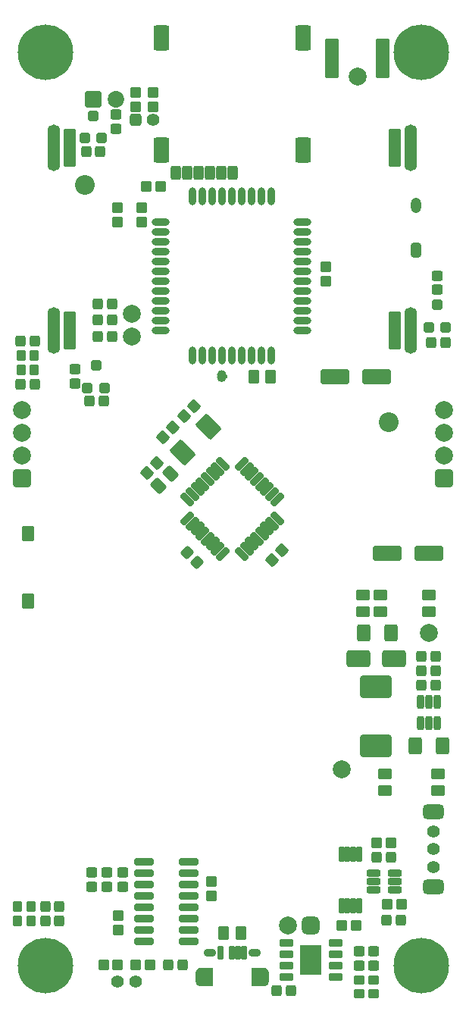
<source format=gbr>
G04*
G04 #@! TF.GenerationSoftware,Altium Limited,Altium Designer,23.0.1 (38)*
G04*
G04 Layer_Color=16711935*
%FSLAX25Y25*%
%MOIN*%
G70*
G04*
G04 #@! TF.SameCoordinates,5AACE2FC-F550-4568-A226-762E45A29E99*
G04*
G04*
G04 #@! TF.FilePolarity,Negative*
G04*
G01*
G75*
%ADD14C,0.00197*%
G04:AMPARAMS|DCode=23|XSize=49.34mil|YSize=39.5mil|CornerRadius=7.15mil|HoleSize=0mil|Usage=FLASHONLY|Rotation=0.000|XOffset=0mil|YOffset=0mil|HoleType=Round|Shape=RoundedRectangle|*
%AMROUNDEDRECTD23*
21,1,0.04934,0.02520,0,0,0.0*
21,1,0.03504,0.03950,0,0,0.0*
1,1,0.01430,0.01752,-0.01260*
1,1,0.01430,-0.01752,-0.01260*
1,1,0.01430,-0.01752,0.01260*
1,1,0.01430,0.01752,0.01260*
%
%ADD23ROUNDEDRECTD23*%
G04:AMPARAMS|DCode=25|XSize=61.15mil|YSize=173.35mil|CornerRadius=9.32mil|HoleSize=0mil|Usage=FLASHONLY|Rotation=180.000|XOffset=0mil|YOffset=0mil|HoleType=Round|Shape=RoundedRectangle|*
%AMROUNDEDRECTD25*
21,1,0.06115,0.15472,0,0,180.0*
21,1,0.04252,0.17335,0,0,180.0*
1,1,0.01863,-0.02126,0.07736*
1,1,0.01863,0.02126,0.07736*
1,1,0.01863,0.02126,-0.07736*
1,1,0.01863,-0.02126,-0.07736*
%
%ADD25ROUNDEDRECTD25*%
G04:AMPARAMS|DCode=27|XSize=94.61mil|YSize=67.06mil|CornerRadius=21.72mil|HoleSize=0mil|Usage=FLASHONLY|Rotation=0.000|XOffset=0mil|YOffset=0mil|HoleType=Round|Shape=RoundedRectangle|*
%AMROUNDEDRECTD27*
21,1,0.09461,0.02362,0,0,0.0*
21,1,0.05118,0.06706,0,0,0.0*
1,1,0.04343,0.02559,-0.01181*
1,1,0.04343,-0.02559,-0.01181*
1,1,0.04343,-0.02559,0.01181*
1,1,0.04343,0.02559,0.01181*
%
%ADD27ROUNDEDRECTD27*%
%ADD28C,0.05524*%
G04:AMPARAMS|DCode=29|XSize=67.06mil|YSize=47.37mil|CornerRadius=13.84mil|HoleSize=0mil|Usage=FLASHONLY|Rotation=90.000|XOffset=0mil|YOffset=0mil|HoleType=Round|Shape=RoundedRectangle|*
%AMROUNDEDRECTD29*
21,1,0.06706,0.01968,0,0,90.0*
21,1,0.03937,0.04737,0,0,90.0*
1,1,0.02769,0.00984,0.01968*
1,1,0.02769,0.00984,-0.01968*
1,1,0.02769,-0.00984,-0.01968*
1,1,0.02769,-0.00984,0.01968*
%
%ADD29ROUNDEDRECTD29*%
%ADD30O,0.04737X0.06706*%
%ADD31O,0.03740X0.07480*%
%ADD32O,0.05524X0.03556*%
%ADD33C,0.08674*%
%ADD34O,0.05524X0.20485*%
G04:AMPARAMS|DCode=35|XSize=55.24mil|YSize=55.24mil|CornerRadius=15.81mil|HoleSize=0mil|Usage=FLASHONLY|Rotation=270.000|XOffset=0mil|YOffset=0mil|HoleType=Round|Shape=RoundedRectangle|*
%AMROUNDEDRECTD35*
21,1,0.05524,0.02362,0,0,270.0*
21,1,0.02362,0.05524,0,0,270.0*
1,1,0.03162,-0.01181,-0.01181*
1,1,0.03162,-0.01181,0.01181*
1,1,0.03162,0.01181,0.01181*
1,1,0.03162,0.01181,-0.01181*
%
%ADD35ROUNDEDRECTD35*%
%ADD36C,0.07887*%
G04:AMPARAMS|DCode=37|XSize=78.87mil|YSize=78.87mil|CornerRadius=11.09mil|HoleSize=0mil|Usage=FLASHONLY|Rotation=90.000|XOffset=0mil|YOffset=0mil|HoleType=Round|Shape=RoundedRectangle|*
%AMROUNDEDRECTD37*
21,1,0.07887,0.05669,0,0,90.0*
21,1,0.05669,0.07887,0,0,90.0*
1,1,0.02217,0.02835,0.02835*
1,1,0.02217,0.02835,-0.02835*
1,1,0.02217,-0.02835,-0.02835*
1,1,0.02217,-0.02835,0.02835*
%
%ADD37ROUNDEDRECTD37*%
%ADD38C,0.07300*%
G04:AMPARAMS|DCode=39|XSize=73mil|YSize=73mil|CornerRadius=10.5mil|HoleSize=0mil|Usage=FLASHONLY|Rotation=0.000|XOffset=0mil|YOffset=0mil|HoleType=Round|Shape=RoundedRectangle|*
%AMROUNDEDRECTD39*
21,1,0.07300,0.05200,0,0,0.0*
21,1,0.05200,0.07300,0,0,0.0*
1,1,0.02100,0.02600,-0.02600*
1,1,0.02100,-0.02600,-0.02600*
1,1,0.02100,-0.02600,0.02600*
1,1,0.02100,0.02600,0.02600*
%
%ADD39ROUNDEDRECTD39*%
G04:AMPARAMS|DCode=40|XSize=78.87mil|YSize=78.87mil|CornerRadius=21.72mil|HoleSize=0mil|Usage=FLASHONLY|Rotation=0.000|XOffset=0mil|YOffset=0mil|HoleType=Round|Shape=RoundedRectangle|*
%AMROUNDEDRECTD40*
21,1,0.07887,0.03543,0,0,0.0*
21,1,0.03543,0.07887,0,0,0.0*
1,1,0.04343,0.01772,-0.01772*
1,1,0.04343,-0.01772,-0.01772*
1,1,0.04343,-0.01772,0.01772*
1,1,0.04343,0.01772,0.01772*
%
%ADD40ROUNDEDRECTD40*%
%ADD41C,0.24422*%
G04:AMPARAMS|DCode=94|XSize=43.43mil|YSize=47.37mil|CornerRadius=7.54mil|HoleSize=0mil|Usage=FLASHONLY|Rotation=90.000|XOffset=0mil|YOffset=0mil|HoleType=Round|Shape=RoundedRectangle|*
%AMROUNDEDRECTD94*
21,1,0.04343,0.03228,0,0,90.0*
21,1,0.02835,0.04737,0,0,90.0*
1,1,0.01509,0.01614,0.01417*
1,1,0.01509,0.01614,-0.01417*
1,1,0.01509,-0.01614,-0.01417*
1,1,0.01509,-0.01614,0.01417*
%
%ADD94ROUNDEDRECTD94*%
G04:AMPARAMS|DCode=95|XSize=43.43mil|YSize=47.37mil|CornerRadius=7.54mil|HoleSize=0mil|Usage=FLASHONLY|Rotation=0.000|XOffset=0mil|YOffset=0mil|HoleType=Round|Shape=RoundedRectangle|*
%AMROUNDEDRECTD95*
21,1,0.04343,0.03228,0,0,0.0*
21,1,0.02835,0.04737,0,0,0.0*
1,1,0.01509,0.01417,-0.01614*
1,1,0.01509,-0.01417,-0.01614*
1,1,0.01509,-0.01417,0.01614*
1,1,0.01509,0.01417,0.01614*
%
%ADD95ROUNDEDRECTD95*%
%ADD96O,0.07887X0.03162*%
%ADD97O,0.03162X0.07887*%
G04:AMPARAMS|DCode=98|XSize=43.43mil|YSize=47.37mil|CornerRadius=7.54mil|HoleSize=0mil|Usage=FLASHONLY|Rotation=135.000|XOffset=0mil|YOffset=0mil|HoleType=Round|Shape=RoundedRectangle|*
%AMROUNDEDRECTD98*
21,1,0.04343,0.03228,0,0,135.0*
21,1,0.02835,0.04737,0,0,135.0*
1,1,0.01509,0.00139,0.02144*
1,1,0.01509,0.02144,0.00139*
1,1,0.01509,-0.00139,-0.02144*
1,1,0.01509,-0.02144,-0.00139*
%
%ADD98ROUNDEDRECTD98*%
G04:AMPARAMS|DCode=99|XSize=47.37mil|YSize=63.12mil|CornerRadius=8.92mil|HoleSize=0mil|Usage=FLASHONLY|Rotation=90.000|XOffset=0mil|YOffset=0mil|HoleType=Round|Shape=RoundedRectangle|*
%AMROUNDEDRECTD99*
21,1,0.04737,0.04528,0,0,90.0*
21,1,0.02953,0.06312,0,0,90.0*
1,1,0.01784,0.02264,0.01476*
1,1,0.01784,0.02264,-0.01476*
1,1,0.01784,-0.02264,-0.01476*
1,1,0.01784,-0.02264,0.01476*
%
%ADD99ROUNDEDRECTD99*%
G04:AMPARAMS|DCode=100|XSize=59.18mil|YSize=74.93mil|CornerRadius=9.12mil|HoleSize=0mil|Usage=FLASHONLY|Rotation=0.000|XOffset=0mil|YOffset=0mil|HoleType=Round|Shape=RoundedRectangle|*
%AMROUNDEDRECTD100*
21,1,0.05918,0.05669,0,0,0.0*
21,1,0.04095,0.07493,0,0,0.0*
1,1,0.01824,0.02047,-0.02835*
1,1,0.01824,-0.02047,-0.02835*
1,1,0.01824,-0.02047,0.02835*
1,1,0.01824,0.02047,0.02835*
%
%ADD100ROUNDEDRECTD100*%
G04:AMPARAMS|DCode=101|XSize=126.11mil|YSize=67.06mil|CornerRadius=9.91mil|HoleSize=0mil|Usage=FLASHONLY|Rotation=0.000|XOffset=0mil|YOffset=0mil|HoleType=Round|Shape=RoundedRectangle|*
%AMROUNDEDRECTD101*
21,1,0.12611,0.04724,0,0,0.0*
21,1,0.10630,0.06706,0,0,0.0*
1,1,0.01981,0.05315,-0.02362*
1,1,0.01981,-0.05315,-0.02362*
1,1,0.01981,-0.05315,0.02362*
1,1,0.01981,0.05315,0.02362*
%
%ADD101ROUNDEDRECTD101*%
G04:AMPARAMS|DCode=102|XSize=45.01mil|YSize=48.16mil|CornerRadius=7.7mil|HoleSize=0mil|Usage=FLASHONLY|Rotation=270.000|XOffset=0mil|YOffset=0mil|HoleType=Round|Shape=RoundedRectangle|*
%AMROUNDEDRECTD102*
21,1,0.04501,0.03276,0,0,270.0*
21,1,0.02961,0.04816,0,0,270.0*
1,1,0.01540,-0.01638,-0.01480*
1,1,0.01540,-0.01638,0.01480*
1,1,0.01540,0.01638,0.01480*
1,1,0.01540,0.01638,-0.01480*
%
%ADD102ROUNDEDRECTD102*%
G04:AMPARAMS|DCode=103|XSize=45.4mil|YSize=43.43mil|CornerRadius=7.54mil|HoleSize=0mil|Usage=FLASHONLY|Rotation=90.000|XOffset=0mil|YOffset=0mil|HoleType=Round|Shape=RoundedRectangle|*
%AMROUNDEDRECTD103*
21,1,0.04540,0.02835,0,0,90.0*
21,1,0.03032,0.04343,0,0,90.0*
1,1,0.01509,0.01417,0.01516*
1,1,0.01509,0.01417,-0.01516*
1,1,0.01509,-0.01417,-0.01516*
1,1,0.01509,-0.01417,0.01516*
%
%ADD103ROUNDEDRECTD103*%
G04:AMPARAMS|DCode=104|XSize=45.01mil|YSize=48.16mil|CornerRadius=7.7mil|HoleSize=0mil|Usage=FLASHONLY|Rotation=180.000|XOffset=0mil|YOffset=0mil|HoleType=Round|Shape=RoundedRectangle|*
%AMROUNDEDRECTD104*
21,1,0.04501,0.03276,0,0,180.0*
21,1,0.02961,0.04816,0,0,180.0*
1,1,0.01540,-0.01480,0.01638*
1,1,0.01540,0.01480,0.01638*
1,1,0.01540,0.01480,-0.01638*
1,1,0.01540,-0.01480,-0.01638*
%
%ADD104ROUNDEDRECTD104*%
G04:AMPARAMS|DCode=105|XSize=49.34mil|YSize=39.5mil|CornerRadius=7.15mil|HoleSize=0mil|Usage=FLASHONLY|Rotation=270.000|XOffset=0mil|YOffset=0mil|HoleType=Round|Shape=RoundedRectangle|*
%AMROUNDEDRECTD105*
21,1,0.04934,0.02520,0,0,270.0*
21,1,0.03504,0.03950,0,0,270.0*
1,1,0.01430,-0.01260,-0.01752*
1,1,0.01430,-0.01260,0.01752*
1,1,0.01430,0.01260,0.01752*
1,1,0.01430,0.01260,-0.01752*
%
%ADD105ROUNDEDRECTD105*%
G04:AMPARAMS|DCode=106|XSize=67.06mil|YSize=55.24mil|CornerRadius=8.72mil|HoleSize=0mil|Usage=FLASHONLY|Rotation=90.000|XOffset=0mil|YOffset=0mil|HoleType=Round|Shape=RoundedRectangle|*
%AMROUNDEDRECTD106*
21,1,0.06706,0.03780,0,0,90.0*
21,1,0.04961,0.05524,0,0,90.0*
1,1,0.01745,0.01890,0.02480*
1,1,0.01745,0.01890,-0.02480*
1,1,0.01745,-0.01890,-0.02480*
1,1,0.01745,-0.01890,0.02480*
%
%ADD106ROUNDEDRECTD106*%
G04:AMPARAMS|DCode=107|XSize=70.93mil|YSize=98.49mil|CornerRadius=8.69mil|HoleSize=0mil|Usage=FLASHONLY|Rotation=45.000|XOffset=0mil|YOffset=0mil|HoleType=Round|Shape=RoundedRectangle|*
%AMROUNDEDRECTD107*
21,1,0.07093,0.08110,0,0,45.0*
21,1,0.05354,0.09849,0,0,45.0*
1,1,0.01739,0.04760,-0.00974*
1,1,0.01739,0.00974,-0.04760*
1,1,0.01739,-0.04760,0.00974*
1,1,0.01739,-0.00974,0.04760*
%
%ADD107ROUNDEDRECTD107*%
G04:AMPARAMS|DCode=108|XSize=45.01mil|YSize=48.16mil|CornerRadius=7.7mil|HoleSize=0mil|Usage=FLASHONLY|Rotation=45.000|XOffset=0mil|YOffset=0mil|HoleType=Round|Shape=RoundedRectangle|*
%AMROUNDEDRECTD108*
21,1,0.04501,0.03276,0,0,45.0*
21,1,0.02961,0.04816,0,0,45.0*
1,1,0.01540,0.02205,-0.00111*
1,1,0.01540,0.00111,-0.02205*
1,1,0.01540,-0.02205,0.00111*
1,1,0.01540,-0.00111,0.02205*
%
%ADD108ROUNDEDRECTD108*%
G04:AMPARAMS|DCode=109|XSize=47.37mil|YSize=63.12mil|CornerRadius=8.92mil|HoleSize=0mil|Usage=FLASHONLY|Rotation=45.000|XOffset=0mil|YOffset=0mil|HoleType=Round|Shape=RoundedRectangle|*
%AMROUNDEDRECTD109*
21,1,0.04737,0.04528,0,0,45.0*
21,1,0.02953,0.06312,0,0,45.0*
1,1,0.01784,0.02645,-0.00557*
1,1,0.01784,0.00557,-0.02645*
1,1,0.01784,-0.02645,0.00557*
1,1,0.01784,-0.00557,0.02645*
%
%ADD109ROUNDEDRECTD109*%
G04:AMPARAMS|DCode=110|XSize=47.37mil|YSize=63.12mil|CornerRadius=8.92mil|HoleSize=0mil|Usage=FLASHONLY|Rotation=0.000|XOffset=0mil|YOffset=0mil|HoleType=Round|Shape=RoundedRectangle|*
%AMROUNDEDRECTD110*
21,1,0.04737,0.04528,0,0,0.0*
21,1,0.02953,0.06312,0,0,0.0*
1,1,0.01784,0.01476,-0.02264*
1,1,0.01784,-0.01476,-0.02264*
1,1,0.01784,-0.01476,0.02264*
1,1,0.01784,0.01476,0.02264*
%
%ADD110ROUNDEDRECTD110*%
G04:AMPARAMS|DCode=111|XSize=67.06mil|YSize=29.65mil|CornerRadius=7.25mil|HoleSize=0mil|Usage=FLASHONLY|Rotation=315.000|XOffset=0mil|YOffset=0mil|HoleType=Round|Shape=RoundedRectangle|*
%AMROUNDEDRECTD111*
21,1,0.06706,0.01516,0,0,315.0*
21,1,0.05256,0.02965,0,0,315.0*
1,1,0.01450,0.01322,-0.02394*
1,1,0.01450,-0.02394,0.01322*
1,1,0.01450,-0.01322,0.02394*
1,1,0.01450,0.02394,-0.01322*
%
%ADD111ROUNDEDRECTD111*%
G04:AMPARAMS|DCode=112|XSize=29.65mil|YSize=67.06mil|CornerRadius=7.25mil|HoleSize=0mil|Usage=FLASHONLY|Rotation=315.000|XOffset=0mil|YOffset=0mil|HoleType=Round|Shape=RoundedRectangle|*
%AMROUNDEDRECTD112*
21,1,0.02965,0.05256,0,0,315.0*
21,1,0.01516,0.06706,0,0,315.0*
1,1,0.01450,-0.01322,-0.02394*
1,1,0.01450,-0.02394,-0.01322*
1,1,0.01450,0.01322,0.02394*
1,1,0.01450,0.02394,0.01322*
%
%ADD112ROUNDEDRECTD112*%
G04:AMPARAMS|DCode=113|XSize=106.42mil|YSize=74.93mil|CornerRadius=13.71mil|HoleSize=0mil|Usage=FLASHONLY|Rotation=0.000|XOffset=0mil|YOffset=0mil|HoleType=Round|Shape=RoundedRectangle|*
%AMROUNDEDRECTD113*
21,1,0.10642,0.04752,0,0,0.0*
21,1,0.07902,0.07493,0,0,0.0*
1,1,0.02741,0.03951,-0.02376*
1,1,0.02741,-0.03951,-0.02376*
1,1,0.02741,-0.03951,0.02376*
1,1,0.02741,0.03951,0.02376*
%
%ADD113ROUNDEDRECTD113*%
G04:AMPARAMS|DCode=114|XSize=99.43mil|YSize=138.65mil|CornerRadius=11.54mil|HoleSize=0mil|Usage=FLASHONLY|Rotation=270.000|XOffset=0mil|YOffset=0mil|HoleType=Round|Shape=RoundedRectangle|*
%AMROUNDEDRECTD114*
21,1,0.09943,0.11556,0,0,270.0*
21,1,0.07635,0.13865,0,0,270.0*
1,1,0.02309,-0.05778,-0.03817*
1,1,0.02309,-0.05778,0.03817*
1,1,0.02309,0.05778,0.03817*
1,1,0.02309,0.05778,-0.03817*
%
%ADD114ROUNDEDRECTD114*%
G04:AMPARAMS|DCode=115|XSize=61.94mil|YSize=31.23mil|CornerRadius=9.81mil|HoleSize=0mil|Usage=FLASHONLY|Rotation=270.000|XOffset=0mil|YOffset=0mil|HoleType=Round|Shape=RoundedRectangle|*
%AMROUNDEDRECTD115*
21,1,0.06194,0.01161,0,0,270.0*
21,1,0.04232,0.03123,0,0,270.0*
1,1,0.01961,-0.00581,-0.02116*
1,1,0.01961,-0.00581,0.02116*
1,1,0.01961,0.00581,0.02116*
1,1,0.01961,0.00581,-0.02116*
%
%ADD115ROUNDEDRECTD115*%
G04:AMPARAMS|DCode=116|XSize=69.42mil|YSize=23.75mil|CornerRadius=5.97mil|HoleSize=0mil|Usage=FLASHONLY|Rotation=90.000|XOffset=0mil|YOffset=0mil|HoleType=Round|Shape=RoundedRectangle|*
%AMROUNDEDRECTD116*
21,1,0.06942,0.01181,0,0,90.0*
21,1,0.05748,0.02375,0,0,90.0*
1,1,0.01194,0.00591,0.02874*
1,1,0.01194,0.00591,-0.02874*
1,1,0.01194,-0.00591,-0.02874*
1,1,0.01194,-0.00591,0.02874*
%
%ADD116ROUNDEDRECTD116*%
G04:AMPARAMS|DCode=117|XSize=61.94mil|YSize=31.23mil|CornerRadius=9.81mil|HoleSize=0mil|Usage=FLASHONLY|Rotation=180.000|XOffset=0mil|YOffset=0mil|HoleType=Round|Shape=RoundedRectangle|*
%AMROUNDEDRECTD117*
21,1,0.06194,0.01161,0,0,180.0*
21,1,0.04232,0.03123,0,0,180.0*
1,1,0.01961,-0.02116,0.00581*
1,1,0.01961,0.02116,0.00581*
1,1,0.01961,0.02116,-0.00581*
1,1,0.01961,-0.02116,-0.00581*
%
%ADD117ROUNDEDRECTD117*%
%ADD118R,0.02769X0.02769*%
G04:AMPARAMS|DCode=119|XSize=59.18mil|YSize=35.56mil|CornerRadius=6.76mil|HoleSize=0mil|Usage=FLASHONLY|Rotation=0.000|XOffset=0mil|YOffset=0mil|HoleType=Round|Shape=RoundedRectangle|*
%AMROUNDEDRECTD119*
21,1,0.05918,0.02205,0,0,0.0*
21,1,0.04567,0.03556,0,0,0.0*
1,1,0.01351,0.02284,-0.01102*
1,1,0.01351,-0.02284,-0.01102*
1,1,0.01351,-0.02284,0.01102*
1,1,0.01351,0.02284,0.01102*
%
%ADD119ROUNDEDRECTD119*%
G04:AMPARAMS|DCode=120|XSize=85.56mil|YSize=31.62mil|CornerRadius=6.95mil|HoleSize=0mil|Usage=FLASHONLY|Rotation=180.000|XOffset=0mil|YOffset=0mil|HoleType=Round|Shape=RoundedRectangle|*
%AMROUNDEDRECTD120*
21,1,0.08556,0.01772,0,0,180.0*
21,1,0.07165,0.03162,0,0,180.0*
1,1,0.01391,-0.03583,0.00886*
1,1,0.01391,0.03583,0.00886*
1,1,0.01391,0.03583,-0.00886*
1,1,0.01391,-0.03583,-0.00886*
%
%ADD120ROUNDEDRECTD120*%
G04:AMPARAMS|DCode=121|XSize=23.75mil|YSize=61.15mil|CornerRadius=5.58mil|HoleSize=0mil|Usage=FLASHONLY|Rotation=180.000|XOffset=0mil|YOffset=0mil|HoleType=Round|Shape=RoundedRectangle|*
%AMROUNDEDRECTD121*
21,1,0.02375,0.05000,0,0,180.0*
21,1,0.01260,0.06115,0,0,180.0*
1,1,0.01115,-0.00630,0.02500*
1,1,0.01115,0.00630,0.02500*
1,1,0.01115,0.00630,-0.02500*
1,1,0.01115,-0.00630,-0.02500*
%
%ADD121ROUNDEDRECTD121*%
G04:AMPARAMS|DCode=122|XSize=165.48mil|YSize=55.24mil|CornerRadius=8.72mil|HoleSize=0mil|Usage=FLASHONLY|Rotation=90.000|XOffset=0mil|YOffset=0mil|HoleType=Round|Shape=RoundedRectangle|*
%AMROUNDEDRECTD122*
21,1,0.16548,0.03780,0,0,90.0*
21,1,0.14803,0.05524,0,0,90.0*
1,1,0.01745,0.01890,0.07402*
1,1,0.01745,0.01890,-0.07402*
1,1,0.01745,-0.01890,-0.07402*
1,1,0.01745,-0.01890,0.07402*
%
%ADD122ROUNDEDRECTD122*%
G04:AMPARAMS|DCode=123|XSize=69.02mil|YSize=110.36mil|CornerRadius=10.1mil|HoleSize=0mil|Usage=FLASHONLY|Rotation=0.000|XOffset=0mil|YOffset=0mil|HoleType=Round|Shape=RoundedRectangle|*
%AMROUNDEDRECTD123*
21,1,0.06902,0.09016,0,0,0.0*
21,1,0.04882,0.11036,0,0,0.0*
1,1,0.02020,0.02441,-0.04508*
1,1,0.02020,-0.02441,-0.04508*
1,1,0.02020,-0.02441,0.04508*
1,1,0.02020,0.02441,0.04508*
%
%ADD123ROUNDEDRECTD123*%
G04:AMPARAMS|DCode=124|XSize=43.43mil|YSize=61.15mil|CornerRadius=7.54mil|HoleSize=0mil|Usage=FLASHONLY|Rotation=0.000|XOffset=0mil|YOffset=0mil|HoleType=Round|Shape=RoundedRectangle|*
%AMROUNDEDRECTD124*
21,1,0.04343,0.04606,0,0,0.0*
21,1,0.02835,0.06115,0,0,0.0*
1,1,0.01509,0.01417,-0.02303*
1,1,0.01509,-0.01417,-0.02303*
1,1,0.01509,-0.01417,0.02303*
1,1,0.01509,0.01417,0.02303*
%
%ADD124ROUNDEDRECTD124*%
G36*
X427444Y633192D02*
X427803Y633044D01*
X428125Y632828D01*
X428399Y632554D01*
X428615Y632232D01*
X428763Y631873D01*
X428839Y631493D01*
Y631299D01*
Y630315D01*
Y630315D01*
Y630121D01*
X428763Y629741D01*
X428615Y629383D01*
X428399Y629060D01*
X428125Y628786D01*
X427803Y628571D01*
X427444Y628422D01*
X427064Y628346D01*
X426676Y628346D01*
X426296Y628422D01*
X425938Y628571D01*
X425615Y628786D01*
X425341Y629060D01*
X425126Y629383D01*
X424977Y629741D01*
X424902Y630121D01*
Y630315D01*
Y631299D01*
Y631299D01*
X424902Y631493D01*
X424977Y631873D01*
X425126Y632232D01*
X425341Y632554D01*
X425615Y632828D01*
X425938Y633044D01*
X426296Y633192D01*
X426676Y633268D01*
X427064Y633268D01*
X427444Y633192D01*
D02*
G37*
G36*
X470824Y367392D02*
X461274D01*
Y380692D01*
X470824Y380692D01*
X470824Y367392D01*
D02*
G37*
G36*
X445394Y370706D02*
X445512Y370697D01*
X445630Y370682D01*
X445746Y370660D01*
X445861Y370632D01*
X445975Y370599D01*
X446087Y370559D01*
X446196Y370514D01*
X446303Y370463D01*
X446408Y370406D01*
X446509Y370344D01*
X446606Y370277D01*
X446700Y370205D01*
X446790Y370128D01*
X446876Y370046D01*
X446958Y369960D01*
X447035Y369870D01*
X447107Y369776D01*
X447174Y369679D01*
X447236Y369578D01*
X447293Y369473D01*
X447344Y369366D01*
X447389Y369257D01*
X447429Y369145D01*
X447462Y369032D01*
X447490Y368916D01*
X447511Y368800D01*
X447527Y368682D01*
X447536Y368564D01*
X447539Y368446D01*
Y364705D01*
X447536Y364587D01*
X447527Y364469D01*
X447511Y364351D01*
X447490Y364235D01*
X447462Y364120D01*
X447429Y364006D01*
X447389Y363894D01*
X447344Y363785D01*
X447293Y363678D01*
X447236Y363574D01*
X447174Y363473D01*
X447107Y363375D01*
X447035Y363281D01*
X446958Y363191D01*
X446876Y363105D01*
X446790Y363023D01*
X446700Y362946D01*
X446606Y362874D01*
X446509Y362807D01*
X446408Y362745D01*
X446303Y362688D01*
X446196Y362637D01*
X446087Y362592D01*
X445975Y362552D01*
X445861Y362519D01*
X445746Y362491D01*
X445630Y362470D01*
X445512Y362454D01*
X445394Y362445D01*
X445276Y362442D01*
X440158D01*
Y370709D01*
X445276D01*
X445394Y370706D01*
D02*
G37*
G36*
X422835Y362442D02*
X417717D01*
X417598Y362445D01*
X417480Y362454D01*
X417362Y362470D01*
X417246Y362491D01*
X417131Y362519D01*
X417017Y362552D01*
X416905Y362592D01*
X416796Y362637D01*
X416689Y362688D01*
X416585Y362745D01*
X416484Y362807D01*
X416386Y362874D01*
X416292Y362946D01*
X416202Y363023D01*
X416116Y363105D01*
X416034Y363191D01*
X415957Y363281D01*
X415885Y363375D01*
X415818Y363473D01*
X415756Y363574D01*
X415699Y363678D01*
X415649Y363785D01*
X415603Y363894D01*
X415564Y364006D01*
X415530Y364120D01*
X415502Y364235D01*
X415481Y364351D01*
X415465Y364469D01*
X415456Y364587D01*
X415453Y364705D01*
Y368446D01*
X415456Y368564D01*
X415465Y368682D01*
X415481Y368800D01*
X415502Y368916D01*
X415530Y369032D01*
X415564Y369145D01*
X415603Y369257D01*
X415649Y369366D01*
X415699Y369473D01*
X415756Y369578D01*
X415818Y369679D01*
X415885Y369776D01*
X415957Y369870D01*
X416034Y369960D01*
X416116Y370046D01*
X416202Y370128D01*
X416292Y370205D01*
X416386Y370277D01*
X416484Y370344D01*
X416585Y370406D01*
X416689Y370463D01*
X416796Y370514D01*
X416905Y370559D01*
X417017Y370599D01*
X417131Y370632D01*
X417246Y370660D01*
X417362Y370682D01*
X417480Y370697D01*
X417598Y370706D01*
X417717Y370709D01*
X422835D01*
Y362442D01*
D02*
G37*
D14*
X424902Y630315D02*
G03*
X428839Y630315I1969J0D01*
G01*
Y631299D02*
G03*
X424902Y631299I-1969J0D01*
G01*
Y630315D02*
X428839D01*
X424902Y631299D02*
X428839D01*
X424902Y630315D02*
Y631299D01*
X428839Y630315D02*
Y631299D01*
D23*
X487304Y365284D02*
D03*
Y359379D02*
D03*
X493779D02*
D03*
Y365284D02*
D03*
D25*
X475492Y770472D02*
D03*
X497736D02*
D03*
D27*
X520079Y406299D02*
D03*
Y439370D02*
D03*
D28*
Y430709D02*
D03*
Y422835D02*
D03*
Y414961D02*
D03*
X381102Y364705D02*
D03*
X388976D02*
D03*
X396752Y743701D02*
D03*
D29*
X512402Y686221D02*
D03*
D30*
Y705905D02*
D03*
D31*
X445276Y366576D02*
D03*
X417717D02*
D03*
D32*
X421654Y377205D02*
D03*
X441339D02*
D03*
D33*
X366535Y714764D02*
D03*
X500394Y610433D02*
D03*
D34*
X353149Y731299D02*
D03*
X509843D02*
D03*
X353149Y650984D02*
D03*
X509843D02*
D03*
D35*
X388878Y743701D02*
D03*
D36*
X479764Y457972D02*
D03*
X387367Y658219D02*
D03*
X387286Y648320D02*
D03*
X518110Y518012D02*
D03*
X524606Y615925D02*
D03*
Y605925D02*
D03*
Y595925D02*
D03*
X456024Y389370D02*
D03*
X339075Y595925D02*
D03*
Y605925D02*
D03*
Y615925D02*
D03*
X486695Y762447D02*
D03*
D37*
X524606Y585925D02*
D03*
X339075D02*
D03*
D38*
X380197Y752658D02*
D03*
D39*
X370197D02*
D03*
D40*
X466024Y389370D02*
D03*
D41*
X349213Y371654D02*
D03*
X514567D02*
D03*
X349213Y773228D02*
D03*
X514567D02*
D03*
D94*
X362205Y633720D02*
D03*
Y627500D02*
D03*
X383201Y412520D02*
D03*
Y406299D02*
D03*
X380315Y745827D02*
D03*
Y739606D02*
D03*
X521752Y674961D02*
D03*
X521752Y668740D02*
D03*
X487304Y377874D02*
D03*
Y371654D02*
D03*
X493779Y377874D02*
D03*
Y371654D02*
D03*
X369587Y412520D02*
D03*
Y406299D02*
D03*
X376394Y412520D02*
D03*
X376394Y406299D02*
D03*
D95*
X344634Y646096D02*
D03*
X338414Y646096D02*
D03*
X403346Y372047D02*
D03*
X409567D02*
D03*
X373484Y729429D02*
D03*
X367264D02*
D03*
X338414Y627072D02*
D03*
X344634Y627072D02*
D03*
X368740Y619783D02*
D03*
X374961D02*
D03*
X372501Y662697D02*
D03*
X378721D02*
D03*
X372501Y655509D02*
D03*
X378721D02*
D03*
X378721Y648320D02*
D03*
X372501D02*
D03*
X525256Y645472D02*
D03*
X519035D02*
D03*
X514803Y507480D02*
D03*
X521024Y507480D02*
D03*
X521024Y501132D02*
D03*
X514803D02*
D03*
X514803Y494783D02*
D03*
X521024Y494783D02*
D03*
X501339Y419168D02*
D03*
X495118D02*
D03*
X499469Y391669D02*
D03*
X505689D02*
D03*
X457244Y360630D02*
D03*
X451024D02*
D03*
X355472Y397548D02*
D03*
X349252Y397549D02*
D03*
X355472Y391276D02*
D03*
X349252Y391276D02*
D03*
D96*
X399897Y650978D02*
D03*
Y655308D02*
D03*
Y659639D02*
D03*
Y663970D02*
D03*
Y668301D02*
D03*
Y672631D02*
D03*
Y676962D02*
D03*
Y681293D02*
D03*
Y685624D02*
D03*
Y689954D02*
D03*
Y694285D02*
D03*
Y698616D02*
D03*
X462495D02*
D03*
Y694285D02*
D03*
Y689954D02*
D03*
Y685624D02*
D03*
Y681293D02*
D03*
Y676962D02*
D03*
Y672631D02*
D03*
Y668301D02*
D03*
Y663970D02*
D03*
Y659639D02*
D03*
Y655308D02*
D03*
Y650978D02*
D03*
D97*
X413873Y709836D02*
D03*
X418204D02*
D03*
X422535D02*
D03*
X426865D02*
D03*
X431196D02*
D03*
X435527D02*
D03*
X439857D02*
D03*
X444188D02*
D03*
X448519D02*
D03*
Y639757D02*
D03*
X444188D02*
D03*
X439857D02*
D03*
X435527D02*
D03*
X431196D02*
D03*
X426865D02*
D03*
X422535D02*
D03*
X418204D02*
D03*
X413873D02*
D03*
D98*
X411614Y553150D02*
D03*
X416013Y548751D02*
D03*
D99*
X498514Y448484D02*
D03*
Y455847D02*
D03*
X496735Y534685D02*
D03*
Y527323D02*
D03*
X518110D02*
D03*
Y534685D02*
D03*
X489075D02*
D03*
Y527323D02*
D03*
X522047Y448484D02*
D03*
Y455847D02*
D03*
D100*
X489428Y517743D02*
D03*
X501239Y517743D02*
D03*
X512146Y468307D02*
D03*
X523957Y468307D02*
D03*
D101*
X476548Y630610D02*
D03*
X495052D02*
D03*
X518047Y552930D02*
D03*
X499543D02*
D03*
D102*
X388878Y749303D02*
D03*
X388878Y755524D02*
D03*
X396752Y749303D02*
D03*
Y755524D02*
D03*
X380906Y704783D02*
D03*
Y698563D02*
D03*
X391732Y698555D02*
D03*
Y704776D02*
D03*
X472677Y678852D02*
D03*
X472677Y672631D02*
D03*
X422247Y402244D02*
D03*
Y408465D02*
D03*
X381201Y393561D02*
D03*
Y387340D02*
D03*
D103*
X374016Y735433D02*
D03*
X370276Y745276D02*
D03*
X366535Y735433D02*
D03*
X375295Y625689D02*
D03*
X371555Y635532D02*
D03*
X367815Y625689D02*
D03*
X525492Y652264D02*
D03*
X521752Y662106D02*
D03*
X518012Y652264D02*
D03*
D104*
X393642Y714156D02*
D03*
X399862D02*
D03*
X495118Y425565D02*
D03*
X501339D02*
D03*
X499665Y398559D02*
D03*
X505886D02*
D03*
X479764Y389370D02*
D03*
X485984D02*
D03*
X381088Y372047D02*
D03*
X374868D02*
D03*
X395335D02*
D03*
X389114D02*
D03*
D105*
X338571Y633387D02*
D03*
X344477Y633387D02*
D03*
X344477Y639877D02*
D03*
X338571D02*
D03*
X337107Y391275D02*
D03*
X343012Y391275D02*
D03*
X343012Y397548D02*
D03*
X337107Y397548D02*
D03*
D106*
X341732Y561502D02*
D03*
Y532002D02*
D03*
D107*
X421061Y608660D02*
D03*
X409647Y597246D02*
D03*
D108*
X414601Y617455D02*
D03*
X410202Y613057D02*
D03*
X400886Y603839D02*
D03*
X405284Y608237D02*
D03*
X398459Y592652D02*
D03*
X394061Y588253D02*
D03*
X453461Y554210D02*
D03*
X449062Y549811D02*
D03*
D109*
X399068Y582594D02*
D03*
X404274Y587800D02*
D03*
D110*
X440899Y630610D02*
D03*
X448261D02*
D03*
X427815Y385866D02*
D03*
X435177D02*
D03*
D111*
X411730Y576617D02*
D03*
X413958Y578844D02*
D03*
X416185Y581071D02*
D03*
X418412Y583298D02*
D03*
X420639Y585525D02*
D03*
X422866Y587752D02*
D03*
X425093Y589979D02*
D03*
X427320Y592206D02*
D03*
X451262Y568265D02*
D03*
X449035Y566038D02*
D03*
X446807Y563811D02*
D03*
X444580Y561584D02*
D03*
X442353Y559357D02*
D03*
X440126Y557130D02*
D03*
X437899Y554903D02*
D03*
X435672Y552675D02*
D03*
D112*
Y592206D02*
D03*
X437899Y589979D02*
D03*
X440126Y587752D02*
D03*
X442353Y585525D02*
D03*
X444580Y583298D02*
D03*
X446807Y581071D02*
D03*
X449035Y578844D02*
D03*
X451262Y576617D02*
D03*
X427320Y552675D02*
D03*
X425093Y554903D02*
D03*
X422866Y557130D02*
D03*
X420639Y559357D02*
D03*
X418412Y561584D02*
D03*
X416185Y563811D02*
D03*
X413958Y566038D02*
D03*
X411730Y568265D02*
D03*
D113*
X502658Y506595D02*
D03*
X486909D02*
D03*
D114*
X494685Y468307D02*
D03*
Y494118D02*
D03*
D115*
X514311Y487579D02*
D03*
X518051Y487579D02*
D03*
X521791Y487579D02*
D03*
Y478366D02*
D03*
X518051Y478366D02*
D03*
X514311Y478366D02*
D03*
D116*
X487205Y420394D02*
D03*
X484646D02*
D03*
X482087D02*
D03*
X479528D02*
D03*
X479528Y397717D02*
D03*
X482087D02*
D03*
X484646D02*
D03*
X487205D02*
D03*
D117*
X502972Y404823D02*
D03*
X502973Y408563D02*
D03*
X502972Y412303D02*
D03*
X493760D02*
D03*
X493760Y408563D02*
D03*
X493760Y404823D02*
D03*
D118*
X466024Y374092D02*
D03*
D119*
X455197Y381592D02*
D03*
Y376592D02*
D03*
Y366592D02*
D03*
Y371592D02*
D03*
X476850Y381592D02*
D03*
Y376592D02*
D03*
Y366592D02*
D03*
Y371592D02*
D03*
D120*
X392717Y417244D02*
D03*
Y412244D02*
D03*
Y407244D02*
D03*
Y402244D02*
D03*
Y397244D02*
D03*
Y392244D02*
D03*
Y387244D02*
D03*
Y382244D02*
D03*
X412205Y382244D02*
D03*
Y387244D02*
D03*
X412205Y392244D02*
D03*
X412205Y397244D02*
D03*
Y402244D02*
D03*
Y407244D02*
D03*
Y412244D02*
D03*
X412205Y417244D02*
D03*
D121*
X426378Y377107D02*
D03*
X431496Y377107D02*
D03*
X434055Y377107D02*
D03*
X436614D02*
D03*
D122*
X359842Y650984D02*
D03*
X503150D02*
D03*
Y731299D02*
D03*
X359842D02*
D03*
D123*
X400394Y730203D02*
D03*
Y779494D02*
D03*
X462598D02*
D03*
Y730203D02*
D03*
D124*
X431540Y720360D02*
D03*
X421540D02*
D03*
X411540D02*
D03*
X426540Y720360D02*
D03*
X416540Y720360D02*
D03*
X406540D02*
D03*
M02*

</source>
